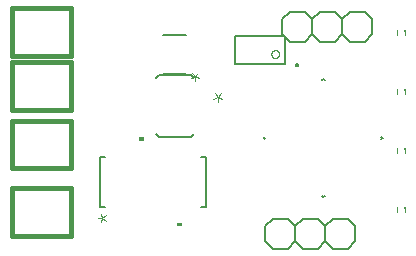
<source format=gbr>
G04 EAGLE Gerber RS-274X export*
G75*
%MOMM*%
%FSLAX34Y34*%
%LPD*%
%INSilkscreen Top*%
%IPPOS*%
%AMOC8*
5,1,8,0,0,1.08239X$1,22.5*%
G01*
%ADD10C,0.203200*%
%ADD11C,0.101600*%
%ADD12C,0.200000*%
%ADD13C,0.127000*%
%ADD14C,0.152400*%
%ADD15C,0.076200*%
%ADD16R,0.225000X0.250000*%
%ADD17C,0.406400*%

G36*
X131857Y98403D02*
X131857Y98403D01*
X131859Y98402D01*
X131902Y98422D01*
X131946Y98440D01*
X131946Y98442D01*
X131948Y98443D01*
X131981Y98528D01*
X131981Y101068D01*
X131980Y101070D01*
X131981Y101072D01*
X131961Y101115D01*
X131943Y101159D01*
X131941Y101159D01*
X131940Y101161D01*
X131855Y101194D01*
X128045Y101194D01*
X128043Y101193D01*
X128041Y101194D01*
X127998Y101174D01*
X127954Y101156D01*
X127954Y101154D01*
X127952Y101153D01*
X127919Y101068D01*
X127919Y98528D01*
X127920Y98526D01*
X127919Y98524D01*
X127939Y98481D01*
X127957Y98437D01*
X127959Y98437D01*
X127960Y98435D01*
X128045Y98402D01*
X131855Y98402D01*
X131857Y98403D01*
G37*
G36*
X164357Y25807D02*
X164357Y25807D01*
X164359Y25806D01*
X164402Y25826D01*
X164446Y25844D01*
X164446Y25846D01*
X164448Y25847D01*
X164481Y25932D01*
X164481Y28472D01*
X164480Y28474D01*
X164481Y28476D01*
X164461Y28519D01*
X164443Y28563D01*
X164441Y28563D01*
X164440Y28565D01*
X164355Y28598D01*
X160545Y28598D01*
X160543Y28597D01*
X160541Y28598D01*
X160498Y28578D01*
X160454Y28560D01*
X160454Y28558D01*
X160452Y28557D01*
X160419Y28472D01*
X160419Y25932D01*
X160420Y25930D01*
X160419Y25928D01*
X160439Y25885D01*
X160457Y25841D01*
X160459Y25841D01*
X160460Y25839D01*
X160545Y25806D01*
X164355Y25806D01*
X164357Y25807D01*
G37*
D10*
X251449Y186884D02*
X209751Y186884D01*
X209751Y163516D01*
X251449Y163516D01*
X251449Y186884D01*
D11*
X240101Y171660D02*
X240103Y171776D01*
X240109Y171891D01*
X240119Y172006D01*
X240133Y172121D01*
X240151Y172235D01*
X240173Y172349D01*
X240198Y172461D01*
X240228Y172573D01*
X240261Y172684D01*
X240299Y172793D01*
X240340Y172901D01*
X240384Y173008D01*
X240433Y173113D01*
X240485Y173216D01*
X240540Y173318D01*
X240599Y173417D01*
X240661Y173515D01*
X240727Y173610D01*
X240796Y173703D01*
X240868Y173793D01*
X240943Y173881D01*
X241021Y173966D01*
X241102Y174048D01*
X241186Y174128D01*
X241273Y174205D01*
X241362Y174278D01*
X241454Y174349D01*
X241548Y174416D01*
X241644Y174480D01*
X241742Y174541D01*
X241843Y174598D01*
X241945Y174652D01*
X242049Y174702D01*
X242155Y174749D01*
X242262Y174791D01*
X242371Y174830D01*
X242481Y174866D01*
X242593Y174897D01*
X242705Y174925D01*
X242818Y174949D01*
X242932Y174969D01*
X243046Y174985D01*
X243161Y174997D01*
X243277Y175005D01*
X243392Y175009D01*
X243508Y175009D01*
X243623Y175005D01*
X243739Y174997D01*
X243854Y174985D01*
X243968Y174969D01*
X244082Y174949D01*
X244195Y174925D01*
X244307Y174897D01*
X244419Y174866D01*
X244529Y174830D01*
X244638Y174791D01*
X244745Y174749D01*
X244851Y174702D01*
X244955Y174652D01*
X245057Y174598D01*
X245158Y174541D01*
X245256Y174480D01*
X245352Y174416D01*
X245446Y174349D01*
X245538Y174278D01*
X245627Y174205D01*
X245714Y174128D01*
X245798Y174048D01*
X245879Y173966D01*
X245957Y173881D01*
X246032Y173793D01*
X246104Y173703D01*
X246173Y173610D01*
X246239Y173515D01*
X246301Y173417D01*
X246360Y173318D01*
X246415Y173216D01*
X246467Y173113D01*
X246516Y173008D01*
X246560Y172901D01*
X246601Y172793D01*
X246639Y172684D01*
X246672Y172573D01*
X246702Y172461D01*
X246727Y172349D01*
X246749Y172235D01*
X246767Y172121D01*
X246781Y172006D01*
X246791Y171891D01*
X246797Y171776D01*
X246799Y171660D01*
X246797Y171544D01*
X246791Y171429D01*
X246781Y171314D01*
X246767Y171199D01*
X246749Y171085D01*
X246727Y170971D01*
X246702Y170859D01*
X246672Y170747D01*
X246639Y170636D01*
X246601Y170527D01*
X246560Y170419D01*
X246516Y170312D01*
X246467Y170207D01*
X246415Y170104D01*
X246360Y170002D01*
X246301Y169903D01*
X246239Y169805D01*
X246173Y169710D01*
X246104Y169617D01*
X246032Y169527D01*
X245957Y169439D01*
X245879Y169354D01*
X245798Y169272D01*
X245714Y169192D01*
X245627Y169115D01*
X245538Y169042D01*
X245446Y168971D01*
X245352Y168904D01*
X245256Y168840D01*
X245158Y168779D01*
X245057Y168722D01*
X244955Y168668D01*
X244851Y168618D01*
X244745Y168571D01*
X244638Y168529D01*
X244529Y168490D01*
X244419Y168454D01*
X244307Y168423D01*
X244195Y168395D01*
X244082Y168371D01*
X243968Y168351D01*
X243854Y168335D01*
X243739Y168323D01*
X243623Y168315D01*
X243508Y168311D01*
X243392Y168311D01*
X243277Y168315D01*
X243161Y168323D01*
X243046Y168335D01*
X242932Y168351D01*
X242818Y168371D01*
X242705Y168395D01*
X242593Y168423D01*
X242481Y168454D01*
X242371Y168490D01*
X242262Y168529D01*
X242155Y168571D01*
X242049Y168618D01*
X241945Y168668D01*
X241843Y168722D01*
X241742Y168779D01*
X241644Y168840D01*
X241548Y168904D01*
X241454Y168971D01*
X241362Y169042D01*
X241273Y169115D01*
X241186Y169192D01*
X241102Y169272D01*
X241021Y169354D01*
X240943Y169439D01*
X240868Y169527D01*
X240796Y169617D01*
X240727Y169710D01*
X240661Y169805D01*
X240599Y169903D01*
X240540Y170002D01*
X240485Y170104D01*
X240433Y170207D01*
X240384Y170312D01*
X240340Y170419D01*
X240299Y170527D01*
X240261Y170636D01*
X240228Y170747D01*
X240198Y170859D01*
X240173Y170971D01*
X240151Y171085D01*
X240133Y171199D01*
X240119Y171314D01*
X240109Y171429D01*
X240103Y171544D01*
X240101Y171660D01*
D12*
X260714Y162684D02*
X260716Y162747D01*
X260722Y162809D01*
X260732Y162871D01*
X260745Y162933D01*
X260763Y162993D01*
X260784Y163052D01*
X260809Y163110D01*
X260838Y163166D01*
X260870Y163220D01*
X260905Y163272D01*
X260943Y163321D01*
X260985Y163369D01*
X261029Y163413D01*
X261077Y163455D01*
X261126Y163493D01*
X261178Y163528D01*
X261232Y163560D01*
X261288Y163589D01*
X261346Y163614D01*
X261405Y163635D01*
X261465Y163653D01*
X261527Y163666D01*
X261589Y163676D01*
X261651Y163682D01*
X261714Y163684D01*
X261777Y163682D01*
X261839Y163676D01*
X261901Y163666D01*
X261963Y163653D01*
X262023Y163635D01*
X262082Y163614D01*
X262140Y163589D01*
X262196Y163560D01*
X262250Y163528D01*
X262302Y163493D01*
X262351Y163455D01*
X262399Y163413D01*
X262443Y163369D01*
X262485Y163321D01*
X262523Y163272D01*
X262558Y163220D01*
X262590Y163166D01*
X262619Y163110D01*
X262644Y163052D01*
X262665Y162993D01*
X262683Y162933D01*
X262696Y162871D01*
X262706Y162809D01*
X262712Y162747D01*
X262714Y162684D01*
X262712Y162621D01*
X262706Y162559D01*
X262696Y162497D01*
X262683Y162435D01*
X262665Y162375D01*
X262644Y162316D01*
X262619Y162258D01*
X262590Y162202D01*
X262558Y162148D01*
X262523Y162096D01*
X262485Y162047D01*
X262443Y161999D01*
X262399Y161955D01*
X262351Y161913D01*
X262302Y161875D01*
X262250Y161840D01*
X262196Y161808D01*
X262140Y161779D01*
X262082Y161754D01*
X262023Y161733D01*
X261963Y161715D01*
X261901Y161702D01*
X261839Y161692D01*
X261777Y161686D01*
X261714Y161684D01*
X261651Y161686D01*
X261589Y161692D01*
X261527Y161702D01*
X261465Y161715D01*
X261405Y161733D01*
X261346Y161754D01*
X261288Y161779D01*
X261232Y161808D01*
X261178Y161840D01*
X261126Y161875D01*
X261077Y161913D01*
X261029Y161955D01*
X260985Y161999D01*
X260943Y162047D01*
X260905Y162096D01*
X260870Y162148D01*
X260838Y162202D01*
X260809Y162258D01*
X260784Y162316D01*
X260763Y162375D01*
X260745Y162435D01*
X260732Y162497D01*
X260722Y162559D01*
X260716Y162621D01*
X260714Y162684D01*
D13*
X283104Y51491D02*
X284200Y50395D01*
X334405Y100600D02*
X333309Y101696D01*
X235091Y99504D02*
X233995Y100600D01*
X284200Y150805D02*
X285296Y149709D01*
X285296Y51491D02*
X284200Y50395D01*
X333309Y99504D02*
X334405Y100600D01*
X235091Y101696D02*
X233995Y100600D01*
X283104Y149709D02*
X284200Y150805D01*
D14*
X174402Y104332D02*
X171862Y101792D01*
X174402Y151068D02*
X171862Y153608D01*
X144938Y153608D01*
X142398Y151068D01*
X142398Y104332D02*
X144938Y101792D01*
X171862Y101792D01*
D15*
X194757Y131397D02*
X194757Y135376D01*
X192436Y138361D01*
X194757Y135376D02*
X197079Y138361D01*
X194757Y135376D02*
X191110Y134050D01*
X194757Y135376D02*
X198405Y134050D01*
D14*
X184658Y84836D02*
X184658Y42164D01*
X184658Y84836D02*
X180340Y84836D01*
X94742Y84836D02*
X94742Y42164D01*
X99060Y42164D01*
X180340Y42164D02*
X184658Y42164D01*
X99060Y84836D02*
X94742Y84836D01*
D15*
X93105Y32985D02*
X97084Y32985D01*
X100069Y35306D01*
X97084Y32985D02*
X100069Y30663D01*
X97084Y32985D02*
X95758Y36632D01*
X97084Y32985D02*
X95758Y29337D01*
D14*
X148448Y187756D02*
X167752Y187756D01*
X167752Y155244D02*
X148448Y155244D01*
D15*
X175407Y153014D02*
X175407Y149035D01*
X175407Y153014D02*
X173086Y155999D01*
X175407Y153014D02*
X177729Y155999D01*
X175407Y153014D02*
X171760Y151688D01*
X175407Y153014D02*
X179055Y151688D01*
D14*
X241350Y32100D02*
X254050Y32100D01*
X260400Y25750D01*
X260400Y13050D01*
X254050Y6700D01*
X260400Y25750D02*
X266750Y32100D01*
X279450Y32100D01*
X285800Y25750D01*
X285800Y13050D01*
X279450Y6700D01*
X266750Y6700D01*
X260400Y13050D01*
X235000Y13050D02*
X235000Y25750D01*
X241350Y32100D01*
X235000Y13050D02*
X241350Y6700D01*
X254050Y6700D01*
X285800Y25750D02*
X292150Y32100D01*
X304850Y32100D01*
X311200Y25750D01*
X311200Y13050D01*
X304850Y6700D01*
X292150Y6700D01*
X285800Y13050D01*
D11*
X353500Y188000D02*
X353500Y192000D01*
X346500Y192000D02*
X346500Y188000D01*
D16*
X352875Y191250D03*
D11*
X353500Y142000D02*
X353500Y138000D01*
X346500Y138000D02*
X346500Y142000D01*
D16*
X352875Y141250D03*
D11*
X353500Y92000D02*
X353500Y88000D01*
X346500Y88000D02*
X346500Y92000D01*
D16*
X352875Y91250D03*
D11*
X353500Y42000D02*
X353500Y38000D01*
X346500Y38000D02*
X346500Y42000D01*
D16*
X352875Y41250D03*
D14*
X319150Y182100D02*
X306450Y182100D01*
X300100Y188450D01*
X300100Y201150D01*
X306450Y207500D01*
X300100Y188450D02*
X293750Y182100D01*
X281050Y182100D01*
X274700Y188450D01*
X274700Y201150D01*
X281050Y207500D01*
X293750Y207500D01*
X300100Y201150D01*
X325500Y201150D02*
X325500Y188450D01*
X319150Y182100D01*
X325500Y201150D02*
X319150Y207500D01*
X306450Y207500D01*
X274700Y188450D02*
X268350Y182100D01*
X255650Y182100D01*
X249300Y188450D01*
X249300Y201150D01*
X255650Y207500D01*
X268350Y207500D01*
X274700Y201150D01*
D17*
X70800Y58100D02*
X20800Y58100D01*
X20800Y18100D01*
X70800Y18100D01*
X70800Y58100D01*
X70800Y114900D02*
X20800Y114900D01*
X20800Y74900D01*
X70800Y74900D01*
X70800Y114900D01*
X70800Y210500D02*
X20800Y210500D01*
X20800Y170500D01*
X70800Y170500D01*
X70800Y210500D01*
X70800Y164700D02*
X20800Y164700D01*
X20800Y124700D01*
X70800Y124700D01*
X70800Y164700D01*
M02*

</source>
